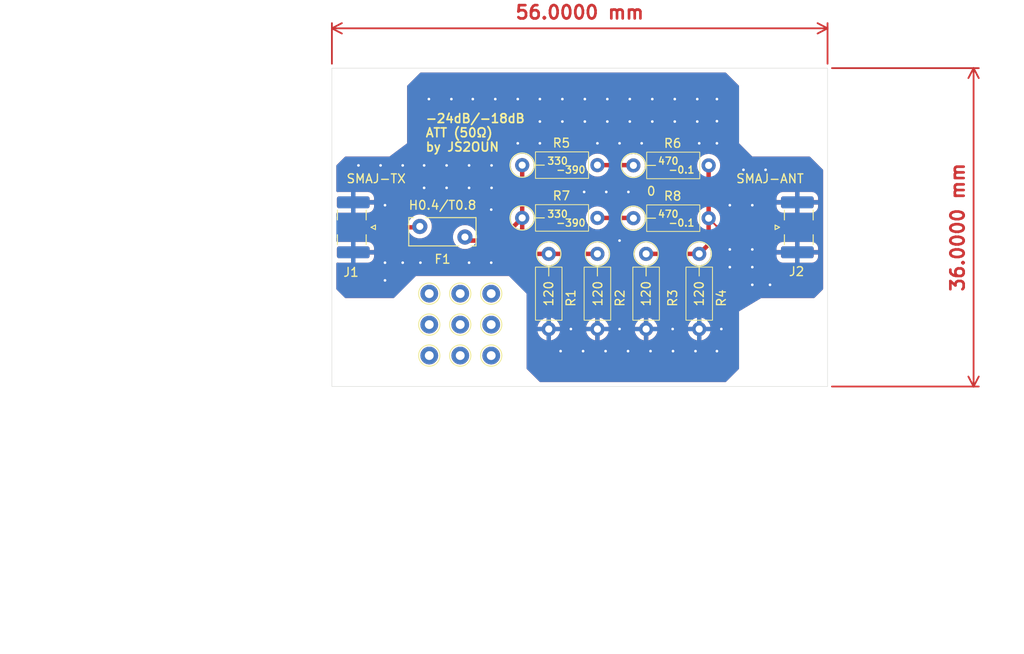
<source format=kicad_pcb>
(kicad_pcb (version 20240108) (generator "pcbnew") (generator_version "8.0")
  (layers (0 "F.Cu" signal) (31 "B.Cu" signal) (34 "B.Paste" user) (35 "F.Paste" user) (36 "B.SilkS" user "B.Silkscreen") (37 "F.SilkS" user "F.Silkscreen") (38 "B.Mask" user) (39 "F.Mask" user) (44 "Edge.Cuts" user))
  (net 0 "")
  (net 1 "Net-(F1-Pad1)")
  (net 2 "Net-(J1-In)")
  (net 3 "GND")
  (net 4 "Net-(J2-In)")
  (net 5 "Net-(R5-Pad2)")
  (net 6 "Net-(R7-Pad2)")
  (footprint "TestPoint:TestPoint_THTPad_D2.0mm_Drill1.0mm" (layer "F.Cu") (at 71.5 49)
    (property "Reference" "REF001" (hide yes))
    (property "Value" "TestPoint_THTPad_D2.0mm_Drill1.0mm" (hide yes))
    (fp_circle (center 0 0) (end 0 1.2) (stroke (width 0.12)) (fill none) (layer "F.SilkS"))
    (pad "1" thru_hole circle (at 0 0) (size 2 2) (drill 1) (layers "*.Cu" "*.Mask"))
  )
  (footprint "MountingHole:MountingHole_3.2mm_M3" (layer "F.Cu") (at 110.5 54)
    (property "Reference" "REF4" (hide yes))
    (property "Value" "MountingHole_3.2mm_M3" (hide yes))
    (pad "" np_thru_hole circle (at 0 0) (size 3.2 3.2) (drill 3.2) (layers "*.Cu" "*.Mask"))
  )
  (footprint "Connector_Coaxial:SMA_Samtec_SMA-J-P-H-ST-EM1_EdgeMount" (layer "F.Cu") (at 113.3375 41.5)
    (property "Reference" "J2" (at -0.3375 5 180) (layer "F.SilkS"))
    (property "Value" "SMAJ-ANT" (at -3.3375 -5.5 0) (layer "F.SilkS"))
    (fp_line (start -2.76 -0.25) (end -2.76 0.25) (stroke (width 0.12)) (layer "F.SilkS"))
    (fp_line (start -2.76 0.25) (end -2.26 0) (stroke (width 0.12)) (layer "F.SilkS"))
    (fp_line (start -2.26 0) (end -2.76 -0.25) (stroke (width 0.12)) (layer "F.SilkS"))
    (fp_line (start -1.71 -0.84) (end -1.71 -1.95) (stroke (width 0.12)) (layer "F.SilkS"))
    (fp_line (start -1.71 1.95) (end -1.71 0.84) (stroke (width 0.12)) (layer "F.SilkS"))
    (fp_line (start 1.54 -0.84) (end 1.54 -1.95) (stroke (width 0.12)) (layer "F.SilkS"))
    (fp_line (start 1.54 1.95) (end 1.54 0.84) (stroke (width 0.12)) (layer "F.SilkS"))
    (pad "1" smd roundrect (at 0 0 90) (size 1.27 3.2) (layers "F.Cu" "F.Mask") (roundrect_rratio 0.1968503937) (net 4 "Net-(J2-In)"))
    (pad "2" smd roundrect (at -0.25 -2.825 90) (size 1.35 3.7) (layers "F.Cu" "F.Mask") (roundrect_rratio 0.1851851852) (net 3 "GND"))
    (pad "2" smd roundrect (at -0.25 -2.825 90) (size 1.35 3.7) (layers "B.Cu" "B.Mask") (roundrect_rratio 0.1851851852) (net 3 "GND"))
    (pad "2" smd roundrect (at -0.25 2.825 90) (size 1.35 3.7) (layers "F.Cu" "F.Mask") (roundrect_rratio 0.1851851852) (net 3 "GND"))
    (pad "2" smd roundrect (at -0.25 2.825 90) (size 1.35 3.7) (layers "B.Cu" "B.Mask") (roundrect_rratio 0.1851851852) (net 3 "GND"))
  )
  (footprint "TestPoint:TestPoint_THTPad_D2.0mm_Drill1.0mm" (layer "F.Cu") (at 75 56)
    (property "Reference" "REF001" (hide yes))
    (property "Value" "TestPoint_THTPad_D2.0mm_Drill1.0mm" (hide yes))
    (fp_circle (center 0 0) (end 0 1.2) (stroke (width 0.12)) (fill none) (layer "F.SilkS"))
    (pad "1" thru_hole circle (at 0 0) (size 2 2) (drill 1) (layers "*.Cu" "*.Mask"))
  )
  (footprint "TestPoint:TestPoint_THTPad_D2.0mm_Drill1.0mm" (layer "F.Cu") (at 78.5 52.5)
    (property "Reference" "REF001" (hide yes))
    (property "Value" "TestPoint_THTPad_D2.0mm_Drill1.0mm" (hide yes))
    (fp_circle (center 0 0) (end 0 1.2) (stroke (width 0.12)) (fill none) (layer "F.SilkS"))
    (pad "1" thru_hole circle (at 0 0) (size 2 2) (drill 1) (layers "*.Cu" "*.Mask"))
  )
  (footprint "X_Resistor_THT:R_FaithfulLink_MFUseries_L6.0mm_D2.5mm_Horizontal" (layer "F.Cu") (at 97.565 40.4675)
    (property "Reference" "R8" (at 1.435 -2.5 0) (layer "F.SilkS"))
    (property "Value" "470" (hide yes))
    (fp_line (start -1.63 0) (end -0.5 0) (stroke (width 0.12)) (layer "F.SilkS"))
    (fp_rect (start -1.5 -1.5) (end 4.5 1.5) (stroke (width 0.1)) (fill none) (layer "F.SilkS"))
    (fp_circle (center -3 0) (end -1.63 0) (stroke (width 0.12)) (fill none) (layer "F.SilkS"))
    (pad "1" thru_hole circle (at -3 0) (size 1.6 1.6) (drill 0.8) (layers "*.Cu" "*.Mask") (net 6 "Net-(R7-Pad2)"))
    (pad "2" thru_hole oval (at 5.5 0) (size 1.6 1.6) (drill 0.8) (layers "*.Cu" "*.Mask") (net 4 "Net-(J2-In)"))
  )
  (footprint "X_Resistor_THT:R_FaithfulLink_MFUseries_L6.0mm_D2.5mm_Horizontal" (layer "F.Cu") (at 85 47.5 -90)
    (property "Reference" "R1" (at 2 -2.5 90) (layer "F.SilkS"))
    (property "Value" "120" (at 1.5 0 90) (layer "F.SilkS"))
    (fp_line (start -1.63 0) (end -0.5 0) (stroke (width 0.12)) (layer "F.SilkS"))
    (fp_rect (start -1.5 -1.5) (end 4.5 1.5) (stroke (width 0.1)) (fill none) (layer "F.SilkS"))
    (fp_circle (center -3 0) (end -1.63 0) (stroke (width 0.12)) (fill none) (layer "F.SilkS"))
    (pad "1" thru_hole circle (at -3 0 270) (size 1.6 1.6) (drill 0.8) (layers "*.Cu" "*.Mask") (net 1 "Net-(F1-Pad1)"))
    (pad "2" thru_hole oval (at 5.5 0 270) (size 1.6 1.6) (drill 0.8) (layers "*.Cu" "*.Mask") (net 3 "GND"))
  )
  (footprint "X_Resistor_THT:R_FaithfulLink_MFUseries_L6.0mm_D2.5mm_Horizontal" (layer "F.Cu") (at 97.565 34.5)
    (property "Reference" "R6" (at 1.435 -2.5 0) (layer "F.SilkS"))
    (property "Value" "470" (hide yes))
    (fp_line (start -1.63 0) (end -0.5 0) (stroke (width 0.12)) (layer "F.SilkS"))
    (fp_rect (start -1.5 -1.5) (end 4.5 1.5) (stroke (width 0.1)) (fill none) (layer "F.SilkS"))
    (fp_circle (center -3 0) (end -1.63 0) (stroke (width 0.12)) (fill none) (layer "F.SilkS"))
    (pad "1" thru_hole circle (at -3 0) (size 1.6 1.6) (drill 0.8) (layers "*.Cu" "*.Mask") (net 5 "Net-(R5-Pad2)"))
    (pad "2" thru_hole oval (at 5.5 0) (size 1.6 1.6) (drill 0.8) (layers "*.Cu" "*.Mask") (net 4 "Net-(J2-In)"))
  )
  (footprint "TestPoint:TestPoint_THTPad_D2.0mm_Drill1.0mm" (layer "F.Cu") (at 78.5 49)
    (property "Reference" "REF001" (hide yes))
    (property "Value" "TestPoint_THTPad_D2.0mm_Drill1.0mm" (hide yes))
    (fp_circle (center 0 0) (end 0 1.2) (stroke (width 0.12)) (fill none) (layer "F.SilkS"))
    (pad "1" thru_hole circle (at 0 0) (size 2 2) (drill 1) (layers "*.Cu" "*.Mask"))
  )
  (footprint "X_Resistor_THT:R_FaithfulLink_MFUseries_L6.0mm_D2.5mm_Horizontal" (layer "F.Cu") (at 85 40.435)
    (property "Reference" "R7" (at 1.435 -2.5 0) (layer "F.SilkS"))
    (property "Value" "330" (hide yes))
    (fp_line (start -1.63 0) (end -0.5 0) (stroke (width 0.12)) (layer "F.SilkS"))
    (fp_rect (start -1.5 -1.5) (end 4.5 1.5) (stroke (width 0.1)) (fill none) (layer "F.SilkS"))
    (fp_circle (center -3 0) (end -1.63 0) (stroke (width 0.12)) (fill none) (layer "F.SilkS"))
    (pad "1" thru_hole circle (at -3 0) (size 1.6 1.6) (drill 0.8) (layers "*.Cu" "*.Mask") (net 1 "Net-(F1-Pad1)"))
    (pad "2" thru_hole oval (at 5.5 0) (size 1.6 1.6) (drill 0.8) (layers "*.Cu" "*.Mask") (net 6 "Net-(R7-Pad2)"))
  )
  (footprint "X_Resistor_THT:R_FaithfulLink_MFUseries_L6.0mm_D2.5mm_Horizontal" (layer "F.Cu") (at 96 47.5 -90)
    (property "Reference" "R3" (at 2 -3 90) (layer "F.SilkS"))
    (property "Value" "120" (at 1.5 0 90) (layer "F.SilkS"))
    (fp_line (start -1.63 0) (end -0.5 0) (stroke (width 0.12)) (layer "F.SilkS"))
    (fp_rect (start -1.5 -1.5) (end 4.5 1.5) (stroke (width 0.1)) (fill none) (layer "F.SilkS"))
    (fp_circle (center -3 0) (end -1.63 0) (stroke (width 0.12)) (fill none) (layer "F.SilkS"))
    (pad "1" thru_hole circle (at -3 0 270) (size 1.6 1.6) (drill 0.8) (layers "*.Cu" "*.Mask") (net 4 "Net-(J2-In)"))
    (pad "2" thru_hole oval (at 5.5 0 270) (size 1.6 1.6) (drill 0.8) (layers "*.Cu" "*.Mask") (net 3 "GND"))
  )
  (footprint "X_Resistor_THT:R_FaithfulLink_MFUseries_L6.0mm_D2.5mm_Horizontal" (layer "F.Cu") (at 85 34.4675)
    (property "Reference" "R5" (at 1.435 -2.5 0) (layer "F.SilkS"))
    (property "Value" "330" (at 1 -0.4675 0) (layer "F.SilkS") (effects (font (size 0.8 0.8))))
    (fp_line (start -1.63 0) (end -0.5 0) (stroke (width 0.12)) (layer "F.SilkS"))
    (fp_rect (start -1.5 -1.5) (end 4.5 1.5) (stroke (width 0.1)) (fill none) (layer "F.SilkS"))
    (fp_circle (center -3 0) (end -1.63 0) (stroke (width 0.12)) (fill none) (layer "F.SilkS"))
    (pad "1" thru_hole circle (at -3 0) (size 1.6 1.6) (drill 0.8) (layers "*.Cu" "*.Mask") (net 1 "Net-(F1-Pad1)"))
    (pad "2" thru_hole oval (at 5.5 0) (size 1.6 1.6) (drill 0.8) (layers "*.Cu" "*.Mask") (net 5 "Net-(R5-Pad2)"))
  )
  (footprint "MountingHole:MountingHole_3.2mm_M3" (layer "F.Cu") (at 64.5 54)
    (property "Reference" "REF3" (hide yes))
    (property "Value" "MountingHole_3.2mm_M3" (hide yes))
    (pad "" np_thru_hole circle (at 0 0) (size 3.2 3.2) (drill 3.2) (layers "*.Cu" "*.Mask"))
  )
  (footprint "TestPoint:TestPoint_THTPad_D2.0mm_Drill1.0mm" (layer "F.Cu") (at 75 49)
    (property "Reference" "REF001" (hide yes))
    (property "Value" "TestPoint_THTPad_D2.0mm_Drill1.0mm" (hide yes))
    (fp_circle (center 0 0) (end 0 1.2) (stroke (width 0.12)) (fill none) (layer "F.SilkS"))
    (pad "1" thru_hole circle (at 0 0) (size 2 2) (drill 1) (layers "*.Cu" "*.Mask"))
  )
  (footprint "MountingHole:MountingHole_3.2mm_M3" (layer "F.Cu") (at 64.5 29)
    (property "Reference" "REF1" (hide yes))
    (property "Value" "MountingHole_3.2mm_M3" (hide yes))
    (pad "" np_thru_hole circle (at 0 0) (size 3.2 3.2) (drill 3.2) (layers "*.Cu" "*.Mask"))
  )
  (footprint "X_Resistor_THT:R_FaithfulLink_MFUseries_L6.0mm_D2.5mm_Horizontal" (layer "F.Cu") (at 90.5 47.5 -90)
    (property "Reference" "R2" (at 2 -2.55 90) (layer "F.SilkS"))
    (property "Value" "120" (at 1.5 -0.05 90) (layer "F.SilkS"))
    (fp_line (start -1.63 0) (end -0.5 0) (stroke (width 0.12)) (layer "F.SilkS"))
    (fp_rect (start -1.5 -1.5) (end 4.5 1.5) (stroke (width 0.1)) (fill none) (layer "F.SilkS"))
    (fp_circle (center -3 0) (end -1.63 0) (stroke (width 0.12)) (fill none) (layer "F.SilkS"))
    (pad "1" thru_hole circle (at -3 0 270) (size 1.6 1.6) (drill 0.8) (layers "*.Cu" "*.Mask") (net 1 "Net-(F1-Pad1)"))
    (pad "2" thru_hole oval (at 5.5 0 270) (size 1.6 1.6) (drill 0.8) (layers "*.Cu" "*.Mask") (net 3 "GND"))
  )
  (footprint "MountingHole:MountingHole_3.2mm_M3" (layer "F.Cu") (at 110.5 29)
    (property "Reference" "REF2" (hide yes))
    (property "Value" "MountingHole_3.2mm_M3" (hide yes))
    (pad "" np_thru_hole circle (at 0 0) (size 3.2 3.2) (drill 3.2) (layers "*.Cu" "*.Mask"))
  )
  (footprint "Connector_Coaxial:SMA_Samtec_SMA-J-P-H-ST-EM1_EdgeMount" (layer "F.Cu") (at 62.6625 41.5 180)
    (property "Reference" "J1" (at 0 -5.08 0) (layer "F.SilkS"))
    (property "Value" "SMAJ-TX" (at -2.8375 5.5 0) (layer "F.SilkS"))
    (fp_line (start 1.54 1.95) (end 1.54 0.84) (stroke (width 0.12)) (layer "F.SilkS"))
    (fp_line (start 1.54 -0.84) (end 1.54 -1.95) (stroke (width 0.12)) (layer "F.SilkS"))
    (fp_line (start -1.71 1.95) (end -1.71 0.84) (stroke (width 0.12)) (layer "F.SilkS"))
    (fp_line (start -1.71 -0.84) (end -1.71 -1.95) (stroke (width 0.12)) (layer "F.SilkS"))
    (fp_line (start -2.26 0) (end -2.76 -0.25) (stroke (width 0.12)) (layer "F.SilkS"))
    (fp_line (start -2.76 0.25) (end -2.26 0) (stroke (width 0.12)) (layer "F.SilkS"))
    (fp_line (start -2.76 -0.25) (end -2.76 0.25) (stroke (width 0.12)) (layer "F.SilkS"))
    (pad "1" smd roundrect (at 0 0 270) (size 1.27 3.2) (layers "F.Cu" "F.Mask") (roundrect_rratio 0.1968503937) (net 2 "Net-(J1-In)"))
    (pad "2" smd roundrect (at -0.25 -2.825 270) (size 1.35 3.7) (layers "F.Cu" "F.Mask") (roundrect_rratio 0.1851851852) (net 3 "GND"))
    (pad "2" smd roundrect (at -0.25 -2.825 270) (size 1.35 3.7) (layers "B.Cu" "B.Mask") (roundrect_rratio 0.1851851852) (net 3 "GND"))
    (pad "2" smd roundrect (at -0.25 2.825 270) (size 1.35 3.7) (layers "F.Cu" "F.Mask") (roundrect_rratio 0.1851851852) (net 3 "GND"))
    (pad "2" smd roundrect (at -0.25 2.825 270) (size 1.35 3.7) (layers "B.Cu" "B.Mask") (roundrect_rratio 0.1851851852) (net 3 "GND"))
  )
  (footprint "X_FUSE_THT:Fuse_Bourns_MF-R010_040" (layer "F.Cu") (at 75.5325 42.6 180)
    (property "Reference" "F1" (at 2.5325 -2.5 180) (layer "F.SilkS"))
    (property "Value" "H0.4/T0.8" (at 2.5325 3.6 180) (layer "F.SilkS"))
    (fp_line (start 6.35 -1) (end 6.35 2.2) (stroke (width 0.12)) (layer "F.SilkS"))
    (fp_line (start 5.789 2.2) (end 6.35 2.2) (stroke (width 0.12)) (layer "F.SilkS"))
    (fp_line (start 0.689 -1) (end 6.35 -1) (stroke (width 0.12)) (layer "F.SilkS"))
    (fp_line (start -1.251 2.2) (end 4.412 2.2) (stroke (width 0.12)) (layer "F.SilkS"))
    (fp_line (start -1.251 -1) (end -0.689 -1) (stroke (width 0.12)) (layer "F.SilkS"))
    (fp_line (start -1.251 -1) (end -1.251 2.2) (stroke (width 0.12)) (layer "F.SilkS"))
    (pad "1" thru_hole circle (at 0 0 180) (size 1.71 1.71) (drill 0.8) (layers "*.Cu" "*.Mask") (net 1 "Net-(F1-Pad1)"))
    (pad "2" thru_hole circle (at 5.1 1.2 180) (size 1.71 1.71) (drill 0.8) (layers "*.Cu" "*.Mask") (net 2 "Net-(J1-In)"))
  )
  (footprint "TestPoint:TestPoint_THTPad_D2.0mm_Drill1.0mm" (layer "F.Cu") (at 75 52.5)
    (property "Reference" "REF001" (hide yes))
    (property "Value" "TestPoint_THTPad_D2.0mm_Drill1.0mm" (hide yes))
    (fp_circle (center 0 0) (end 0 1.2) (stroke (width 0.12)) (fill none) (layer "F.SilkS"))
    (pad "1" thru_hole circle (at 0 0) (size 2 2) (drill 1) (layers "*.Cu" "*.Mask"))
  )
  (footprint "X_Resistor_THT:R_FaithfulLink_MFUseries_L6.0mm_D2.5mm_Horizontal" (layer "F.Cu") (at 102 47.5 -90)
    (property "Reference" "R4" (at 2 -2.5 90) (layer "F.SilkS"))
    (property "Value" "120" (at 1.5 0 90) (layer "F.SilkS"))
    (fp_line (start -1.63 0) (end -0.5 0) (stroke (width 0.12)) (layer "F.SilkS"))
    (fp_rect (start -1.5 -1.5) (end 4.5 1.5) (stroke (width 0.1)) (fill none) (layer "F.SilkS"))
    (fp_circle (center -3 0) (end -1.63 0) (stroke (width 0.12)) (fill none) (layer "F.SilkS"))
    (pad "1" thru_hole circle (at -3 0 270) (size 1.6 1.6) (drill 0.8) (layers "*.Cu" "*.Mask") (net 4 "Net-(J2-In)"))
    (pad "2" thru_hole oval (at 5.5 0 270) (size 1.6 1.6) (drill 0.8) (layers "*.Cu" "*.Mask") (net 3 "GND"))
  )
  (footprint "TestPoint:TestPoint_THTPad_D2.0mm_Drill1.0mm" (layer "F.Cu") (at 71.5 52.5)
    (property "Reference" "REF001" (hide yes))
    (property "Value" "TestPoint_THTPad_D2.0mm_Drill1.0mm" (hide yes))
    (fp_circle (center 0 0) (end 0 1.2) (stroke (width 0.12)) (fill none) (layer "F.SilkS"))
    (pad "1" thru_hole circle (at 0 0) (size 2 2) (drill 1) (layers "*.Cu" "*.Mask"))
  )
  (footprint "TestPoint:TestPoint_THTPad_D2.0mm_Drill1.0mm" (layer "F.Cu") (at 78.5 56)
    (property "Reference" "REF001" (hide yes))
    (property "Value" "TestPoint_THTPad_D2.0mm_Drill1.0mm" (hide yes))
    (fp_circle (center 0 0) (end 0 1.2) (stroke (width 0.12)) (fill none) (layer "F.SilkS"))
    (pad "1" thru_hole circle (at 0 0) (size 2 2) (drill 1) (layers "*.Cu" "*.Mask"))
  )
  (footprint "TestPoint:TestPoint_THTPad_D2.0mm_Drill1.0mm" (layer "F.Cu") (at 71.5 56)
    (property "Reference" "REF001" (hide yes))
    (property "Value" "TestPoint_THTPad_D2.0mm_Drill1.0mm" (hide yes))
    (fp_circle (center 0 0) (end 0 1.2) (stroke (width 0.12)) (fill none) (layer "F.SilkS"))
    (pad "1" thru_hole circle (at 0 0) (size 2 2) (drill 1) (layers "*.Cu" "*.Mask"))
  )
  (gr_rect (start 60.5 23.5) (end 116.5 59.5) (stroke (width 0.05)) (fill none) (layer "Edge.Cuts"))
  (gr_text "-390" (at 87.5 41 0) (layer "F.SilkS") (effects (font (size 0.8 0.8))))
  (gr_text "0" (at 96 38 0) (layer "F.SilkS") (effects (font (size 1 1)) (justify left bottom)))
  (gr_text "-0.1" (at 100 41 0) (layer "F.SilkS") (effects (font (size 0.8 0.8))))
  (gr_text "-0.1" (at 100 35 0) (layer "F.SilkS") (effects (font (size 0.8 0.8))))
  (gr_text "470" (at 98.5 40 0) (layer "F.SilkS") (effects (font (size 0.8 0.8))))
  (gr_text "330" (at 86 40 0) (layer "F.SilkS") (effects (font (size 0.8 0.8))))
  (gr_text "470" (at 98.5 34 0) (layer "F.SilkS") (effects (font (size 0.8 0.8))))
  (gr_text "-390" (at 87.5 35 0) (layer "F.SilkS") (effects (font (size 0.8 0.8))))
  (gr_text "-24dB/-18dB\nATT (50Ω)\nby JS2OUN" (at 71 33 0) (layer "F.SilkS") (effects (font (size 1 1) (thickness 0.1875)) (justify left bottom)))
  (dimension (type aligned) (layer "F.Cu") (pts (xy 60.5 23.5) (xy 116.5 23.5)) (height -4.5) (gr_text "56.0000 mm" (at 88.5 17.2 0) (layer "F.Cu") (effects (font (size 1.5 1.5) (thickness 0.3)))) (format (prefix "") (suffix "") (units 3) (units_format 1) (precision 4)) (style (thickness 0.2) (arrow_length 1.27) (text_position_mode 0) (extension_height 0.58642) (extension_offset 0.5) keep_text_aligned))
  (dimension (type aligned) (layer "F.Cu") (pts (xy 116.5 23.5) (xy 116.5 59.5)) (height -16.5) (gr_text "36.0000 mm" (at 131.2 41.5 90) (layer "F.Cu") (effects (font (size 1.5 1.5) (thickness 0.3)))) (format (prefix "") (suffix "") (units 3) (units_format 1) (precision 4)) (style (thickness 0.2) (arrow_length 1.27) (text_position_mode 0) (extension_height 0.58642) (extension_offset 0.5) keep_text_aligned))
  (segment (start 82 43.5) (end 83 44.5) (width 0.5) (layer "F.Cu") (net 1))
  (segment (start 83 44.5) (end 85 44.5) (width 0.5) (layer "F.Cu") (net 1))
  (segment (start 82 40.935) (end 82 34.4675) (width 0.5) (layer "F.Cu") (net 1))
  (segment (start 82 40.87) (end 81.885 40.985) (width 0.2) (layer "F.Cu") (net 1))
  (segment (start 75.5325 43) (end 79.435 43) (width 0.5) (layer "F.Cu") (net 1))
  (segment (start 85 44.5) (end 90.5 44.5) (width 0.5) (layer "F.Cu") (net 1))
  (segment (start 79.435 43) (end 82 40.435) (width 0.5) (layer "F.Cu") (net 1))
  (segment (start 82 40.435) (end 82 43.5) (width 0.5) (layer "F.Cu") (net 1))
  (segment (start 82 40.435) (end 82 40.87) (width 0.2) (layer "F.Cu") (net 1))
  (segment (start 70.3325 41.5) (end 70.4325 41.4) (width 0.2) (layer "F.Cu") (net 2))
  (segment (start 70.2325 42) (end 70.4325 41.8) (width 0.2) (layer "F.Cu") (net 2))
  (segment (start 62.6625 41.5) (end 70.3325 41.5) (width 0.5) (layer "F.Cu") (net 2))
  (via (at 86.54 27) (size 0.6) (drill 0.3) (layers "F.Cu" "B.Cu") (net 3))
  (via (at 99.04 55.5) (size 0.6) (drill 0.3) (layers "F.Cu" "B.Cu") (net 3))
  (via (at 90.5 32) (size 0.6) (drill 0.3) (layers "F.Cu" "B.Cu") (net 3))
  (via (at 78.5 39.5) (size 0.6) (drill 0.3) (layers "F.Cu" "B.Cu") (net 3))
  (via (at 104 32) (size 0.6) (drill 0.3) (layers "F.Cu" "B.Cu") (net 3))
  (via (at 74 27) (size 0.6) (drill 0.3) (layers "F.Cu" "B.Cu") (net 3))
  (via (at 91.62 27) (size 0.6) (drill 0.3) (layers "F.Cu" "B.Cu") (net 3))
  (via (at 84 29.54) (size 0.6) (drill 0.3) (layers "F.Cu" "B.Cu") (net 3))
  (via (at 91.62 29.54) (size 0.6) (drill 0.3) (layers "F.Cu" "B.Cu") (net 3))
  (via (at 99.24 27) (size 0.6) (drill 0.3) (layers "F.Cu" "B.Cu") (net 3))
  (via (at 87.5 53) (size 0.6) (drill 0.3) (layers "F.Cu" "B.Cu") (net 3))
  (via (at 96.7 29.54) (size 0.6) (drill 0.3) (layers "F.Cu" "B.Cu") (net 3))
  (via (at 76 34.5) (size 0.6) (drill 0.3) (layers "F.Cu" "B.Cu") (net 3))
  (via (at 70.92 34.5) (size 0.6) (drill 0.3) (layers "F.Cu" "B.Cu") (net 3))
  (via (at 94.16 27) (size 0.6) (drill 0.3) (layers "F.Cu" "B.Cu") (net 3))
  (via (at 101.78 27) (size 0.6) (drill 0.3) (layers "F.Cu" "B.Cu") (net 3))
  (via (at 81.5 27) (size 0.6) (drill 0.3) (layers "F.Cu" "B.Cu") (net 3))
  (via (at 73.46 34.5) (size 0.6) (drill 0.3) (layers "F.Cu" "B.Cu") (net 3))
  (via (at 96.7 27) (size 0.6) (drill 0.3) (layers "F.Cu" "B.Cu") (net 3))
  (via (at 84 27) (size 0.6) (drill 0.3) (layers "F.Cu" "B.Cu") (net 3))
  (via (at 68.5 45.5) (size 0.6) (drill 0.3) (layers "F.Cu" "B.Cu") (net 3))
  (via (at 66 34.5) (size 0.6) (drill 0.3) (layers "F.Cu" "B.Cu") (net 3))
  (via (at 101.78 29.54) (size 0.6) (drill 0.3) (layers "F.Cu" "B.Cu") (net 3))
  (via (at 93 53) (size 0.6) (drill 0.3) (layers "F.Cu" "B.Cu") (net 3))
  (via (at 71.46 27) (size 0.6) (drill 0.3) (layers "F.Cu" "B.Cu") (net 3))
  (via (at 68.5 34.5) (size 0.6) (drill 0.3) (layers "F.Cu" "B.Cu") (net 3))
  (via (at 63.5 34.5) (size 0.6) (drill 0.3) (layers "F.Cu" "B.Cu") (net 3))
  (via (at 81.5 32) (size 0.6) (drill 0.3) (layers "F.Cu" "B.Cu") (net 3))
  (via (at 66.5 47.5) (size 0.6) (drill 0.3) (layers "F.Cu" "B.Cu") (net 3))
  (via (at 104 29.5) (size 0.6) (drill 0.3) (layers "F.Cu" "B.Cu") (net 3))
  (via (at 104 55.5) (size 0.6) (drill 0.3) (layers "F.Cu" "B.Cu") (net 3))
  (via (at 108 48) (size 0.6) (drill 0.3) (layers "F.Cu" "B.Cu") (net 3))
  (via (at 91.42 55.5) (size 0.6) (drill 0.3) (layers "F.Cu" "B.Cu") (net 3))
  (via (at 99.24 29.54) (size 0.6) (drill 0.3) (layers "F.Cu" "B.Cu") (net 3))
  (via (at 76.42 27) (size 0.6) (drill 0.3) (layers "F.Cu" "B.Cu") (net 3))
  (via (at 70.92 37.04) (size 0.6) (drill 0.3) (layers "F.Cu" "B.Cu") (net 3))
  (via (at 104 27) (size 0.6) (drill 0.3) (layers "F.Cu" "B.Cu") (net 3))
  (via (at 93 43) (size 0.6) (drill 0.3) (layers "F.Cu" "B.Cu") (net 3))
  (via (at 109.5 35) (size 0.6) (drill 0.3) (layers "F.Cu" "B.Cu") (net 3))
  (via (at 96.5 55.5) (size 0.6) (drill 0.3) (layers "F.Cu" "B.Cu") (net 3))
  (via (at 89.08 29.54) (size 0.6) (drill 0.3) (layers "F.Cu" "B.Cu") (net 3))
  (via (at 101.58 55.5) (size 0.6) (drill 0.3) (layers "F.Cu" "B.Cu") (net 3))
  (via (at 78.5 45.5) (size 0.6) (drill 0.3) (layers "F.Cu" "B.Cu") (net 3))
  (via (at 108 46) (size 0.6) (drill 0.3) (layers "F.Cu" "B.Cu") (net 3))
  (via (at 88.88 55.5) (size 0.6) (drill 0.3) (layers "F.Cu" "B.Cu") (net 3))
  (via (at 105.46 39) (size 0.6) (drill 0.3) (layers "F.Cu" "B.Cu") (net 3))
  (via (at 91.5 37.5) (size 0.6) (drill 0.3) (layers "F.Cu" "B.Cu") (net 3))
  (via (at 86.54 29.54) (size 0.6) (drill 0.3) (layers "F.Cu" "B.Cu") (net 3))
  (via (at 76 45.5) (size 0.6) (drill 0.3) (layers "F.Cu" "B.Cu") (net 3))
  (via (at 99 53) (size 0.6) (drill 0.3) (layers "F.Cu" "B.Cu") (net 3))
  (via (at 108 39) (size 0.6) (drill 0.3) (layers "F.Cu" "B.Cu") (net 3))
  (via (at 66.5 45.5) (size 0.6) (drill 0.3) (layers "F.Cu" "B.Cu") (net 3))
  (via (at 105.46 46) (size 0.6) (drill 0.3) (layers "F.Cu" "B.Cu") (net 3))
  (via (at 70.5 45.5) (size 0.6) (drill 0.3) (layers "F.Cu" "B.Cu") (net 3))
  (via (at 107 35) (size 0.6) (drill 0.3) (layers "F.Cu" "B.Cu") (net 3))
  (via (at 102 32) (size 0.6) (drill 0.3) (layers "F.Cu" "B.Cu") (net 3))
  (via (at 108 44) (size 0.6) (drill 0.3) (layers "F.Cu" "B.Cu") (net 3))
  (via (at 94.16 29.54) (size 0.6) (drill 0.3) (layers "F.Cu" "B.Cu") (net 3))
  (via (at 84 32) (size 0.6) (drill 0.3) (layers "F.Cu" "B.Cu") (net 3))
  (via (at 78.54 34.5) (size 0.6) (drill 0.3) (layers "F.Cu" "B.Cu") (net 3))
  (via (at 66.5 39) (size 0.6) (drill 0.3) (layers "F.Cu" "B.Cu") (net 3))
  (via (at 89.08 27) (size 0.6) (drill 0.3) (layers "F.Cu" "B.Cu") (net 3))
  (via (at 78.54 37.04) (size 0.6) (drill 0.3) (layers "F.Cu" "B.Cu") (net 3))
  (via (at 86.34 55.5) (size 0.6) (drill 0.3) (layers "F.Cu" "B.Cu") (net 3))
  (via (at 78.96 27) (size 0.6) (drill 0.3) (layers "F.Cu" "B.Cu") (net 3))
  (via (at 110 48) (size 0.6) (drill 0.3) (layers "F.Cu" "B.Cu") (net 3))
  (via (at 95.5 32) (size 0.6) (drill 0.3) (layers "F.Cu" "B.Cu") (net 3))
  (via (at 76 37.04) (size 0.6) (drill 0.3) (layers "F.Cu" "B.Cu") (net 3))
  (via (at 105.46 44) (size 0.6) (drill 0.3) (layers "F.Cu" "B.Cu") (net 3))
  (via (at 89 37.5) (size 0.6) (drill 0.3) (layers "F.Cu" "B.Cu") (net 3))
  (via (at 93 32) (size 0.6) (drill 0.3) (layers "F.Cu" "B.Cu") (net 3))
  (via (at 73.46 37.04) (size 0.6) (drill 0.3) (layers "F.Cu" "B.Cu") (net 3))
  (via (at 104.5 53) (size 0.6) (drill 0.3) (layers "F.Cu" "B.Cu") (net 3))
  (via (at 93.96 55.5) (size 0.6) (drill 0.3) (layers "F.Cu" "B.Cu") (net 3))
  (via (at 94 37.5) (size 0.6) (drill 0.3) (layers "F.Cu" "B.Cu") (net 3))
  (segment (start 112.3375 41.5) (end 104.0975 41.5) (width 0.5) (layer "F.Cu") (net 4))
  (segment (start 103.065 34.5) (end 103.065 40.9675) (width 0.5) (layer "F.Cu") (net 4))
  (segment (start 104.0975 41.5) (end 103.065 40.4675) (width 0.2) (layer "F.Cu") (net 4))
  (segment (start 102.065 44.435) (end 102 44.5) (width 0.2) (layer "F.Cu") (net 4))
  (segment (start 102.565 44.435) (end 102.5 44.5) (width 0.2) (layer "F.Cu") (net 4))
  (segment (start 103.065 40.4675) (end 103.065 43.435) (width 0.5) (layer "F.Cu") (net 4))
  (segment (start 103.5 40.5325) (end 103.565 40.4675) (width 0.2) (layer "F.Cu") (net 4))
  (segment (start 103.065 43.435) (end 102 44.5) (width 0.5) (layer "F.Cu") (net 4))
  (segment (start 96 44.5) (end 102 44.5) (width 0.5) (layer "F.Cu") (net 4))
  (segment (start 94.5325 34.4675) (end 94.565 34.5) (width 0.2) (layer "F.Cu") (net 5))
  (segment (start 90.5 34.4675) (end 94.5325 34.4675) (width 0.5) (layer "F.Cu") (net 5))
  (segment (start 94.5325 40.435) (end 94.565 40.4675) (width 0.2) (layer "F.Cu") (net 6))
  (segment (start 90.5 40.435) (end 94.5325 40.435) (width 0.5) (layer "F.Cu") (net 6))
  (zone (net 3) (net_name "GND") (layers "F&B.Cu") (connect_pads (clearance 0.5)) (min_thickness 0.25) (fill yes (thermal_gap 0.5) (thermal_bridge_width 0.5))
    (polygon (pts (xy 115 49.5) (xy 116.5 48) (xy 116.5 35.5) (xy 114.5 33.5) (xy 108 33.5) (xy 106.5 32) (xy 106.5 25.5) (xy 104.5 23.5) (xy 71 23.5) (xy 69 25.5) (xy 69 32) (xy 67 33.5) (xy 62 33.5) (xy 60.5 35) (xy 60.5 48) (xy 62 49.5) (xy 67.5 49.5) (xy 70 47) (xy 80.5 47) (xy 82.5 49) (xy 82.5 57.5) (xy 84.5 59.5) (xy 104.5 59.5) (xy 106.5 57.5) (xy 106.5 51) (xy 109 49.5)))
  )
)
</source>
